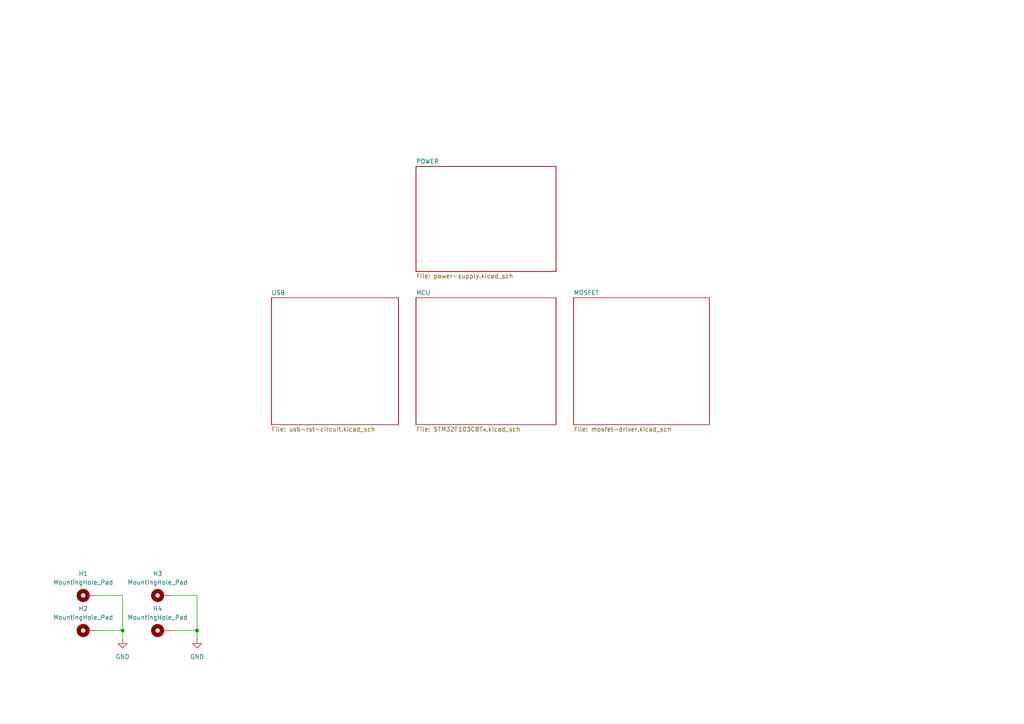
<source format=kicad_sch>
(kicad_sch (version 20231120) (generator "eeschema") (generator_version "8.0")
  (paper "A4")
  (lib_symbols
    (symbol "Mechanical:MountingHole_Pad" (pin_numbers hide) (pin_names (offset 1.016) hide) (exclude_from_sim yes) (in_bom no)
      (property "Reference" "H" (at 0 6.35 0))
      (property "Value" "MountingHole_Pad" (at 0 4.445 0))
      (symbol "MountingHole_Pad_0_1"
        (circle (center 0 1.27) (radius 1.27) (stroke (width 1.27)))
      )
      (symbol "MountingHole_Pad_1_1"
        (pin input line (at 0 -2.54 90) (length 2.54) (name "1") (number "1"))
      )
    )
    (symbol "power:GND" (power) (pin_numbers hide) (pin_names (offset 0) hide)
      (property "Value" "GND" (at 0 -3.81 0))
      (symbol "GND_0_1"
        (polyline (pts (xy 0 0) (xy 0 -1.27) (xy 1.27 -1.27) (xy 0 -2.54) (xy -1.27 -1.27) (xy 0 -1.27)))
      )
      (symbol "GND_1_1"
        (pin power_in line (at 0 0 270) (length 0) (name "~") (number "1"))
      )
    )
  )
  (junction (at 57.15 182.88))
  (junction (at 35.56 182.88))
  (wire (pts (xy 49.53 182.88) (xy 57.15 182.88)))
  (wire (pts (xy 49.53 172.72) (xy 57.15 172.72)))
  (wire (pts (xy 57.15 182.88) (xy 57.15 185.42)))
  (wire (pts (xy 35.56 172.72) (xy 35.56 182.88)))
  (wire (pts (xy 27.94 172.72) (xy 35.56 172.72)))
  (wire (pts (xy 57.15 172.72) (xy 57.15 182.88)))
  (wire (pts (xy 35.56 182.88) (xy 35.56 185.42)))
  (wire (pts (xy 27.94 182.88) (xy 35.56 182.88)))
  (symbol (lib_id "Mechanical:MountingHole_Pad") (at 46.99 182.88 90) (unit 1) (exclude_from_sim yes) (in_bom no)
    (property "Reference" "H4" (at 45.72 176.53 90))
    (property "Value" "MountingHole_Pad" (at 45.72 179.07 90))
    (property "Footprint" "MountingHole:MountingHole_3.2mm_M3_Pad_Via" (effects (hide yes)))
    (property "Description" "Mounting Hole with connection" (effects (hide yes)))
  )
  (symbol (lib_id "Mechanical:MountingHole_Pad") (at 46.99 172.72 90) (unit 1) (exclude_from_sim yes) (in_bom no)
    (property "Reference" "H3" (at 45.72 166.37 90))
    (property "Value" "MountingHole_Pad" (at 45.72 168.91 90))
    (property "Footprint" "MountingHole:MountingHole_3.2mm_M3_Pad_Via" (effects (hide yes)))
    (property "Description" "Mounting Hole with connection" (effects (hide yes)))
  )
  (symbol (lib_id "power:GND") (at 57.15 185.42 0) (unit 1)
    (property "Reference" "#PWR039" (effects (hide yes)))
    (property "Value" "GND" (at 57.15 190.5 0))
    (property "Description" "Power symbol creates a global label with name \"GND\" , ground" (effects (hide yes)))
  )
  (symbol (lib_id "power:GND") (at 35.56 185.42 0) (unit 1)
    (property "Reference" "#PWR038" (effects (hide yes)))
    (property "Value" "GND" (at 35.56 190.5 0))
    (property "Description" "Power symbol creates a global label with name \"GND\" , ground" (effects (hide yes)))
  )
  (symbol (lib_id "Mechanical:MountingHole_Pad") (at 25.4 182.88 90) (unit 1) (exclude_from_sim yes) (in_bom no)
    (property "Reference" "H2" (at 24.13 176.53 90))
    (property "Value" "MountingHole_Pad" (at 24.13 179.07 90))
    (property "Footprint" "MountingHole:MountingHole_3.2mm_M3_Pad_Via" (effects (hide yes)))
    (property "Description" "Mounting Hole with connection" (effects (hide yes)))
  )
  (symbol (lib_id "Mechanical:MountingHole_Pad") (at 25.4 172.72 90) (unit 1) (exclude_from_sim yes) (in_bom no)
    (property "Reference" "H1" (at 24.13 166.37 90))
    (property "Value" "MountingHole_Pad" (at 24.13 168.91 90))
    (property "Footprint" "MountingHole:MountingHole_3.2mm_M3_Pad_Via" (effects (hide yes)))
    (property "Description" "Mounting Hole with connection" (effects (hide yes)))
  )
  (sheet (at 120.65 86.36) (size 40.64 36.83) (stroke (width 0.1524))
    (property "Sheetname" "MCU" (at 120.65 85.6484 0) (effects (justify left bottom)))
    (property "Sheetfile" "STM32F103C8Tx.kicad_sch" (at 120.65 123.7746 0) (effects (justify left top)))
  )
  (sheet (at 78.74 86.36) (size 36.83 36.83) (stroke (width 0.1524))
    (property "Sheetname" "USB" (at 78.74 85.6484 0) (effects (justify left bottom)))
    (property "Sheetfile" "usb-rst-circuit.kicad_sch" (at 78.74 123.7746 0) (effects (justify left top)))
  )
  (sheet (at 120.65 48.26) (size 40.64 30.48) (stroke (width 0.1524))
    (property "Sheetname" "POWER" (at 120.65 47.5484 0) (effects (justify left bottom)))
    (property "Sheetfile" "power-supply.kicad_sch" (at 120.65 79.3246 0) (effects (justify left top)))
  )
  (sheet (at 166.37 86.36) (size 39.37 36.83) (stroke (width 0.1524))
    (property "Sheetname" "MOSFET" (at 166.37 85.6484 0) (effects (justify left bottom)))
    (property "Sheetfile" "mosfet-driver.kicad_sch" (at 166.37 123.7746 0) (effects (justify left top)))
  )
)
</source>
